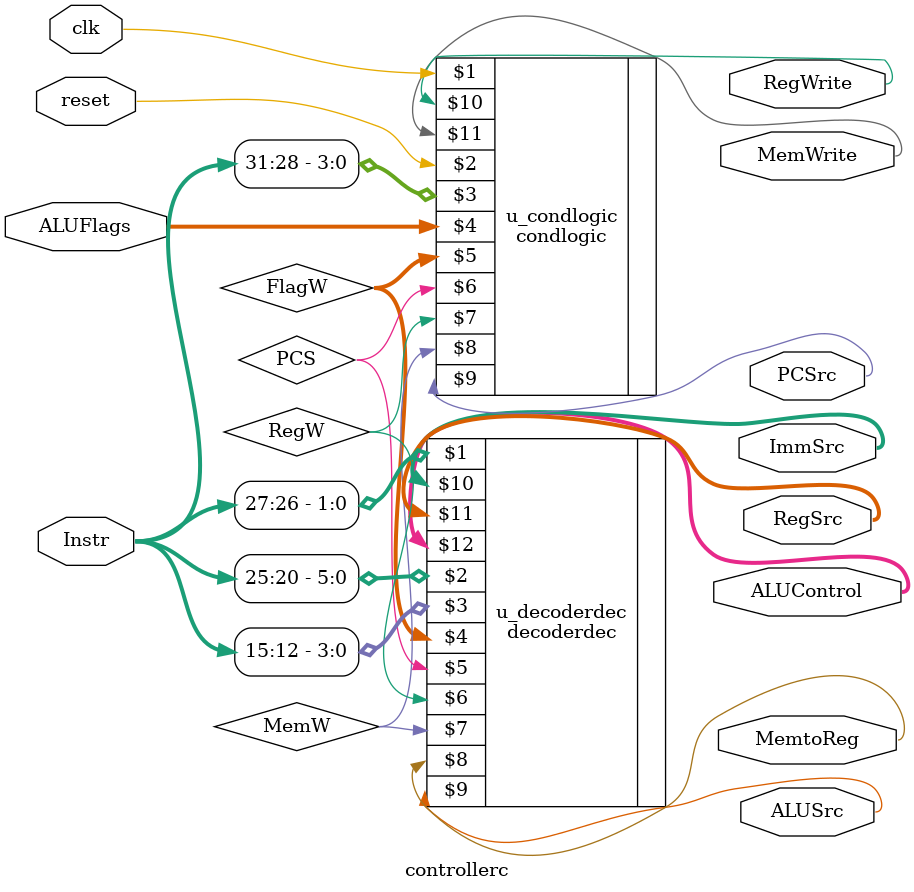
<source format=sv>
module controllerc (
  input  logic        clk,
  input  logic        reset,
  input  logic [31:12] Instr,      // pasa la instrucción completa
  input  logic [3:0]  ALUFlags,

  output logic [1:0]  RegSrc,
  output logic        RegWrite,
  output logic [1:0]  ImmSrc,
  output logic        ALUSrc,
  output logic [2:0]  ALUControl,
  output logic        MemWrite,
  output logic        MemtoReg,
  output logic        PCSrc
);

  logic [1:0] FlagW;
  logic       PCS, RegW, MemW;

  // Decoder principal 
  decoderdec u_decoderdec (
    Instr[27:26],      // Op
    Instr[25:20],      // Funct
    Instr[15:12],      // Rd[15:12]
    FlagW, PCS, RegW, MemW,
    MemtoReg, ALUSrc, ImmSrc, RegSrc, ALUControl
  );

  // Lógica de condición 
  condlogic u_condlogic (
    clk, reset,
    Instr[31:28],      // Cond
    ALUFlags,
    FlagW, PCS, RegW, MemW,
    PCSrc, RegWrite, MemWrite
  );

endmodule
</source>
